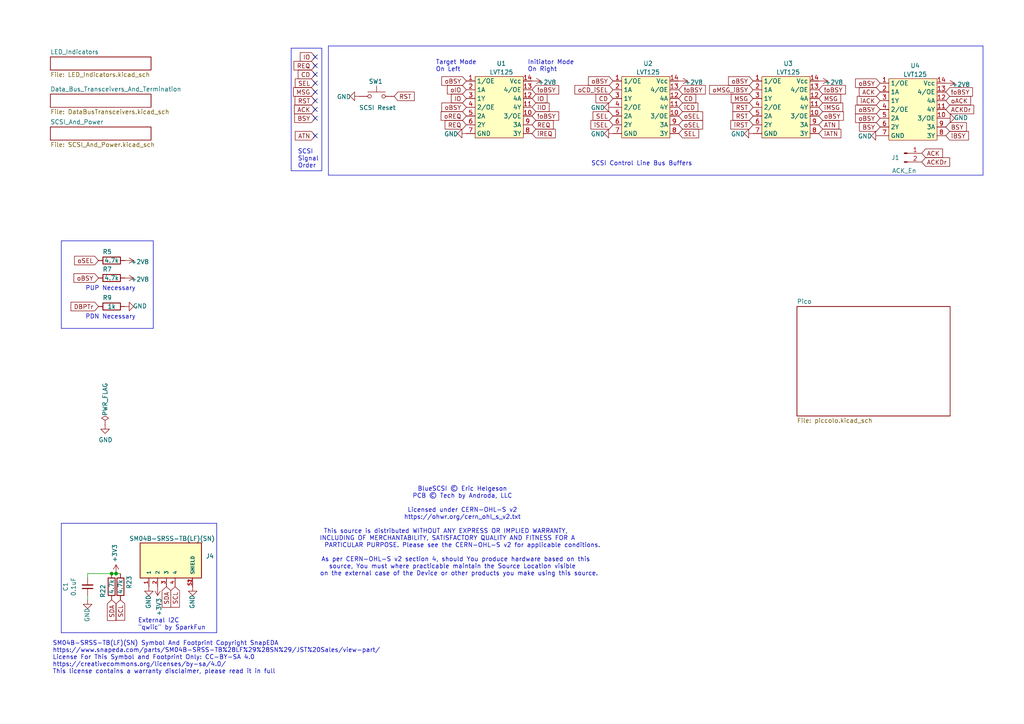
<source format=kicad_sch>
(kicad_sch (version 20231120) (generator "eeschema") (generator_version "8.0")
  (paper "A4")
  (title_block (title "BlueSCSI V2, Desktop 50 Pin, Top Connector, 2023.10a") (date "October 2023") (rev "1") (company "Tech by Androda, LLC"))
  (lib_symbols
    (symbol "Connector:Conn_01x02_Male" (pin_names (offset 1.016) hide)
      (property "Reference" "J" (at 0 2.54 0))
      (property "Value" "Conn_01x02_Male" (at 0 -5.08 0))
      (symbol "Conn_01x02_Male_1_1"
        (polyline (pts (xy 1.27 -2.54) (xy 0.8636 -2.54)) (stroke (width 0.1524)))
        (polyline (pts (xy 1.27 0) (xy 0.8636 0)) (stroke (width 0.1524)))
        (rectangle (start 0.8636 -2.413) (end 0 -2.667) (stroke (width 0.1524)) (fill (type outline)))
        (rectangle (start 0.8636 0.127) (end 0 -0.127) (stroke (width 0.1524)) (fill (type outline)))
        (pin passive line (at 5.08 0 180) (length 3.81) (name "Pin_1") (number "1"))
        (pin passive line (at 5.08 -2.54 180) (length 3.81) (name "Pin_2") (number "2"))
      )
    )
    (symbol "Device:C_Small" (pin_numbers hide) (pin_names (offset 0.254) hide)
      (property "Reference" "C" (at 0.254 1.778 0))
      (property "Value" "C_Small" (at 0.254 -2.032 0))
      (symbol "C_Small_0_1"
        (polyline (pts (xy -1.524 -0.508) (xy 1.524 -0.508)) (stroke (width 0.3302)))
        (polyline (pts (xy -1.524 0.508) (xy 1.524 0.508)) (stroke (width 0.3048)))
      )
      (symbol "C_Small_1_1"
        (pin passive line (at 0 2.54 270) (length 2.032) (name "~") (number "1"))
        (pin passive line (at 0 -2.54 90) (length 2.032) (name "~") (number "2"))
      )
    )
    (symbol "Device:R" (pin_numbers hide) (pin_names (offset 0))
      (property "Reference" "R" (at 2.032 0 90))
      (property "Value" "R" (at 0 0 90))
      (symbol "R_0_1"
        (rectangle (start -1.016 -2.54) (end 1.016 2.54) (stroke (width 0.254)))
      )
      (symbol "R_1_1"
        (pin passive line (at 0 3.81 270) (length 1.27) (name "~") (number "1"))
        (pin passive line (at 0 -3.81 90) (length 1.27) (name "~") (number "2"))
      )
    )
    (symbol "New_Library:LVT125"
      (property "Reference" "U" (at 0 0 0))
      (property "Value" "LVT125" (at 0 2.54 0))
      (symbol "LVT125_0_1"
        (rectangle (start -7.62 -1.27) (end 6.35 -19.05) (fill (type background)))
        (rectangle (start 7.62 -12.7) (end 7.62 -12.7))
      )
      (symbol "LVT125_1_1"
        (pin input line (at -10.16 -2.54 0) (length 2.54) (name "1/OE") (number "1"))
        (pin bidirectional line (at 8.89 -12.7 180) (length 2.54) (name "3/OE") (number "10"))
        (pin bidirectional line (at 8.89 -10.16 180) (length 2.54) (name "4Y") (number "11"))
        (pin bidirectional line (at 8.89 -7.62 180) (length 2.54) (name "4A") (number "12"))
        (pin bidirectional line (at 8.89 -5.08 180) (length 2.54) (name "4/OE") (number "13"))
        (pin bidirectional line (at 8.89 -2.54 180) (length 2.54) (name "Vcc") (number "14"))
        (pin bidirectional line (at -10.16 -5.08 0) (length 2.54) (name "1A") (number "2"))
        (pin bidirectional line (at -10.16 -7.62 0) (length 2.54) (name "1Y") (number "3"))
        (pin bidirectional line (at -10.16 -10.16 0) (length 2.54) (name "2/OE") (number "4"))
        (pin bidirectional line (at -10.16 -12.7 0) (length 2.54) (name "2A") (number "5"))
        (pin bidirectional line (at -10.16 -15.24 0) (length 2.54) (name "2Y") (number "6"))
        (pin bidirectional line (at -10.16 -17.78 0) (length 2.54) (name "GND") (number "7"))
        (pin bidirectional line (at 8.89 -17.78 180) (length 2.54) (name "3Y") (number "8"))
        (pin bidirectional line (at 8.89 -15.24 180) (length 2.54) (name "3A") (number "9"))
      )
    )
    (symbol "New_Library:SM04B-SRSS-TB(LF)(SN)" (pin_names (offset 1.016))
      (property "Reference" "J" (at -5.0831 8.1433 0))
      (property "Value" "SM04B-SRSS-TB(LF)(SN)" (at 7.62 -15.24 90))
      (symbol "SM04B-SRSS-TB(LF)(SN)_0_0"
        (rectangle (start -5.08 -10.16) (end 5.08 7.62) (stroke (width 0.254)) (fill (type background)))
        (pin passive line (at -7.62 5.08 0) (length 2.54) (name "1") (number "1"))
        (pin passive line (at -7.62 2.54 0) (length 2.54) (name "2") (number "2"))
        (pin passive line (at -7.62 0 0) (length 2.54) (name "3") (number "3"))
        (pin passive line (at -7.62 -2.54 0) (length 2.54) (name "4") (number "4"))
        (pin passive line (at -7.62 -7.62 0) (length 2.54) (name "SHIELD") (number "S1"))
        (pin passive line (at -7.62 -7.62 0) (length 2.54) (name "SHIELD") (number "S2"))
      )
    )
    (symbol "Switch:SW_Push" (pin_numbers hide) (pin_names (offset 1.016) hide)
      (property "Reference" "SW" (at 1.27 2.54 0))
      (property "Value" "SW_Push" (at 0 -1.524 0))
      (symbol "SW_Push_0_1"
        (circle (center -2.032 0) (radius 0.508))
        (polyline (pts (xy 0 1.27) (xy 0 3.048)))
        (polyline (pts (xy 2.54 1.27) (xy -2.54 1.27)))
        (circle (center 2.032 0) (radius 0.508))
        (pin passive line (at -5.08 0 0) (length 2.54) (name "1") (number "1"))
        (pin passive line (at 5.08 0 180) (length 2.54) (name "2") (number "2"))
      )
    )
    (symbol "power:+2V8" (power) (pin_names (offset 0))
      (property "Value" "+2V8" (at 0 3.556 0))
      (symbol "+2V8_0_1"
        (polyline (pts (xy -0.762 1.27) (xy 0 2.54)))
        (polyline (pts (xy 0 0) (xy 0 2.54)))
        (polyline (pts (xy 0 2.54) (xy 0.762 1.27)))
      )
      (symbol "+2V8_1_1"
        (pin power_in line (at 0 0 90) (length 0) hide (name "+2V8") (number "1"))
      )
    )
    (symbol "power:+3V3" (power) (pin_names (offset 0))
      (property "Value" "+3V3" (at 0 3.556 0))
      (symbol "+3V3_0_1"
        (polyline (pts (xy -0.762 1.27) (xy 0 2.54)))
        (polyline (pts (xy 0 0) (xy 0 2.54)))
        (polyline (pts (xy 0 2.54) (xy 0.762 1.27)))
      )
      (symbol "+3V3_1_1"
        (pin power_in line (at 0 0 90) (length 0) hide (name "+3V3") (number "1"))
      )
    )
    (symbol "power:GND" (power) (pin_names (offset 0))
      (property "Value" "GND" (at 0 -3.81 0))
      (symbol "GND_0_1"
        (polyline (pts (xy 0 0) (xy 0 -1.27) (xy 1.27 -1.27) (xy 0 -2.54) (xy -1.27 -1.27) (xy 0 -1.27)))
      )
      (symbol "GND_1_1"
        (pin power_in line (at 0 0 270) (length 0) hide (name "GND") (number "1"))
      )
    )
    (symbol "power:PWR_FLAG" (power) (pin_numbers hide) (pin_names (offset 0) hide)
      (property "Value" "PWR_FLAG" (at 0 3.81 0))
      (symbol "PWR_FLAG_0_0"
        (pin power_out line (at 0 0 90) (length 0) (name "~") (number "1"))
      )
      (symbol "PWR_FLAG_0_1"
        (polyline (pts (xy 0 0) (xy 0 1.27) (xy -1.016 1.905) (xy 0 2.54) (xy 1.016 1.905) (xy 0 1.27)))
      )
    )
  )
  (junction (at 32.385 166.37))
  (junction (at 33.655 166.37))
  (no_connect (at 91.44 19.05))
  (no_connect (at 91.44 34.29))
  (no_connect (at 91.44 29.21))
  (no_connect (at 91.44 26.67))
  (no_connect (at 91.44 16.51))
  (no_connect (at 91.44 24.13))
  (no_connect (at 91.44 21.59))
  (no_connect (at 91.44 31.75))
  (no_connect (at 91.44 39.37))
  (polyline (pts (xy 84.455 49.53) (xy 93.345 49.53)))
  (polyline (pts (xy 62.865 183.515) (xy 17.78 183.515)))
  (polyline (pts (xy 17.78 151.765) (xy 62.865 151.765)))
  (wire (pts (xy 25.4 166.37) (xy 32.385 166.37)))
  (polyline (pts (xy 17.78 95.25) (xy 44.45 95.25)))
  (polyline (pts (xy 17.78 95.25) (xy 17.78 69.85)))
  (wire (pts (xy 33.655 166.37) (xy 34.925 166.37)))
  (polyline (pts (xy 17.78 69.85) (xy 44.45 69.85)))
  (polyline (pts (xy 44.45 69.85) (xy 44.45 95.25)))
  (polyline (pts (xy 17.78 183.515) (xy 17.78 151.765)))
  (polyline (pts (xy 285.115 50.8) (xy 95.25 50.8)))
  (polyline (pts (xy 93.345 49.53) (xy 93.345 13.97)))
  (polyline (pts (xy 84.455 13.97) (xy 84.455 49.53)))
  (polyline (pts (xy 95.25 13.335) (xy 285.115 13.335)))
  (wire (pts (xy 32.385 166.37) (xy 33.655 166.37)))
  (wire (pts (xy 25.4 172.72) (xy 25.4 173.99)))
  (polyline (pts (xy 84.455 13.97) (xy 93.345 13.97)))
  (polyline (pts (xy 95.25 50.8) (xy 95.25 13.335)))
  (polyline (pts (xy 62.865 151.765) (xy 62.865 183.515)))
  (polyline (pts (xy 285.115 13.335) (xy 285.115 50.8)))
  (wire (pts (xy 25.4 167.64) (xy 25.4 166.37)))
  (text "Target Mode\nOn Left" (at 126.365 20.955 0) (effects (font (size 1.27 1.27)) (justify left bottom)))
  (text "SCSI Control Line Bus Buffers" (at 171.45 48.26 0) (effects (font (size 1.27 1.27)) (justify left bottom)))
  (text "Initiator Mode\nOn Right" (at 153.035 20.955 0) (effects (font (size 1.27 1.27)) (justify left bottom)))
  (text "SM04B-SRSS-TB(LF)(SN) Symbol And Footprint Copyright SnapEDA\nhttps://www.snapeda.com/parts/SM04B-SRSS-TB%28LF%29%28SN%29/JST%20Sales/view-part/\nLicense For This Symbol and Footprint Only: CC-BY-SA 4.0\nhttps://creativecommons.org/licenses/by-sa/4.0/\nThis license contains a warranty disclaimer, please read it in full" (at 15.24 195.58 0) (effects (font (size 1.27 1.27)) (justify left bottom)))
  (text "External I2C\n\"qwiic\" by SparkFun" (at 40.005 182.88 0) (effects (font (size 1.27 1.27)) (justify left bottom)))
  (text "SCSI\nSignal\nOrder" (at 86.36 48.895 0) (effects (font (size 1.27 1.27)) (justify left bottom)))
  (text "BlueSCSI © Eric Helgeson\nPCB © Tech by Androda, LLC\n\nLicensed under CERN-OHL-S v2\nhttps://ohwr.org/cern_ohl_s_v2.txt\n\nThis source is distributed WITHOUT ANY EXPRESS OR IMPLIED WARRANTY,          \nINCLUDING OF MERCHANTABILITY, SATISFACTORY QUALITY AND FITNESS FOR A         \nPARTICULAR PURPOSE. Please see the CERN-OHL-S v2 for applicable conditions.\n\nAs per CERN-OHL-S v2 section 4, should You produce hardware based on this    \nsource, You must where practicable maintain the Source Location visible      \non the external case of the Device or other products you make using this source.  \n" (at 134.112 154.178 0) (effects (font (size 1.27 1.27))))
  (text "PUP Necessary" (at 24.765 84.455 0) (effects (font (size 1.27 1.27)) (justify left bottom)))
  (text "PDN Necessary" (at 24.765 92.71 0) (effects (font (size 1.27 1.27)) (justify left bottom)))
  (global_label "oSEL" (shape input) (at 28.575 75.565 180) (property "Intersheetrefs" "${INTERSHEET_REFS}" (effects (hide yes))))
  (global_label "MSG" (shape input) (at 237.49 28.575 0) (property "Intersheetrefs" "${INTERSHEET_REFS}" (effects (hide yes))))
  (global_label "iATN" (shape input) (at 237.49 38.735 0) (property "Intersheetrefs" "${INTERSHEET_REFS}" (effects (hide yes))))
  (global_label "CD" (shape input) (at 177.8 28.575 180) (property "Intersheetrefs" "${INTERSHEET_REFS}" (effects (hide yes))))
  (global_label "oSEL" (shape input) (at 196.85 33.655 0) (property "Intersheetrefs" "${INTERSHEET_REFS}" (effects (hide yes))))
  (global_label "IO" (shape input) (at 154.305 28.575 0) (property "Intersheetrefs" "${INTERSHEET_REFS}" (effects (hide yes))))
  (global_label "DBPTr" (shape input) (at 28.575 88.9 180) (property "Intersheetrefs" "${INTERSHEET_REFS}" (effects (hide yes))))
  (global_label "MSG" (shape input) (at 91.44 26.67 180) (property "Intersheetrefs" "${INTERSHEET_REFS}" (effects (hide yes))))
  (global_label "IO" (shape input) (at 91.44 16.51 180) (property "Intersheetrefs" "${INTERSHEET_REFS}" (effects (hide yes))))
  (global_label "oIO" (shape input) (at 135.255 26.035 180) (property "Intersheetrefs" "${INTERSHEET_REFS}" (effects (hide yes))))
  (global_label "REQ" (shape input) (at 91.44 19.05 180) (property "Intersheetrefs" "${INTERSHEET_REFS}" (effects (hide yes))))
  (global_label "oBSY" (shape input) (at 255.27 24.13 180) (property "Intersheetrefs" "${INTERSHEET_REFS}" (effects (hide yes))))
  (global_label "ACKDr" (shape input) (at 267.335 46.99 0) (property "Intersheetrefs" "${INTERSHEET_REFS}" (effects (hide yes))))
  (global_label "oBSY" (shape input) (at 177.8 23.495 180) (property "Intersheetrefs" "${INTERSHEET_REFS}" (effects (hide yes))))
  (global_label "!oBSY" (shape input) (at 154.305 26.035 0) (property "Intersheetrefs" "${INTERSHEET_REFS}" (effects (hide yes))))
  (global_label "oACK" (shape input) (at 274.32 29.21 0) (property "Intersheetrefs" "${INTERSHEET_REFS}" (effects (hide yes))))
  (global_label "oBSY" (shape input) (at 255.27 31.75 180) (property "Intersheetrefs" "${INTERSHEET_REFS}" (effects (hide yes))))
  (global_label "BSY" (shape input) (at 255.27 36.83 180) (property "Intersheetrefs" "${INTERSHEET_REFS}" (effects (hide yes))))
  (global_label "oMSG_iBSY" (shape input) (at 218.44 26.035 180) (property "Intersheetrefs" "${INTERSHEET_REFS}" (effects (hide yes))))
  (global_label "iMSG" (shape input) (at 237.49 31.115 0) (property "Intersheetrefs" "${INTERSHEET_REFS}" (effects (hide yes))))
  (global_label "REQ" (shape input) (at 154.305 36.195 0) (property "Intersheetrefs" "${INTERSHEET_REFS}" (effects (hide yes))))
  (global_label "ATN" (shape input) (at 237.49 36.195 0) (property "Intersheetrefs" "${INTERSHEET_REFS}" (effects (hide yes))))
  (global_label "RST" (shape input) (at 218.44 31.115 180) (property "Intersheetrefs" "${INTERSHEET_REFS}" (effects (hide yes))))
  (global_label "IO" (shape input) (at 135.255 28.575 180) (property "Intersheetrefs" "${INTERSHEET_REFS}" (effects (hide yes))))
  (global_label "BSY" (shape input) (at 274.32 36.83 0) (property "Intersheetrefs" "${INTERSHEET_REFS}" (effects (hide yes))))
  (global_label "oBSY" (shape input) (at 237.49 33.655 0) (property "Intersheetrefs" "${INTERSHEET_REFS}" (effects (hide yes))))
  (global_label "SDA" (shape input) (at 32.385 173.99 270) (property "Intersheetrefs" "${INTERSHEET_REFS}" (effects (hide yes))))
  (global_label "ATN" (shape input) (at 91.44 39.37 180) (property "Intersheetrefs" "${INTERSHEET_REFS}" (effects (hide yes))))
  (global_label "oBSY" (shape input) (at 135.255 31.115 180) (property "Intersheetrefs" "${INTERSHEET_REFS}" (effects (hide yes))))
  (global_label "oBSY" (shape input) (at 218.44 23.495 180) (property "Intersheetrefs" "${INTERSHEET_REFS}" (effects (hide yes))))
  (global_label "BSY" (shape input) (at 91.44 34.29 180) (property "Intersheetrefs" "${INTERSHEET_REFS}" (effects (hide yes))))
  (global_label "iIO" (shape input) (at 154.305 31.115 0) (property "Intersheetrefs" "${INTERSHEET_REFS}" (effects (hide yes))))
  (global_label "iREQ" (shape input) (at 154.305 38.735 0) (property "Intersheetrefs" "${INTERSHEET_REFS}" (effects (hide yes))))
  (global_label "SCL" (shape input) (at 50.8 170.18 270) (property "Intersheetrefs" "${INTERSHEET_REFS}" (effects (hide yes))))
  (global_label "iSEL" (shape input) (at 177.8 36.195 180) (property "Intersheetrefs" "${INTERSHEET_REFS}" (effects (hide yes))))
  (global_label "ACK" (shape input) (at 267.335 44.45 0) (property "Intersheetrefs" "${INTERSHEET_REFS}" (effects (hide yes))))
  (global_label "oREQ" (shape input) (at 135.255 33.655 180) (property "Intersheetrefs" "${INTERSHEET_REFS}" (effects (hide yes))))
  (global_label "ACK" (shape input) (at 91.44 31.75 180) (property "Intersheetrefs" "${INTERSHEET_REFS}" (effects (hide yes))))
  (global_label "oBSY" (shape input) (at 255.27 34.29 180) (property "Intersheetrefs" "${INTERSHEET_REFS}" (effects (hide yes))))
  (global_label "RST" (shape input) (at 218.44 33.655 180) (property "Intersheetrefs" "${INTERSHEET_REFS}" (effects (hide yes))))
  (global_label "SEL" (shape input) (at 196.85 38.735 0) (property "Intersheetrefs" "${INTERSHEET_REFS}" (effects (hide yes))))
  (global_label "ACKDr" (shape input) (at 274.32 31.75 0) (property "Intersheetrefs" "${INTERSHEET_REFS}" (effects (hide yes))))
  (global_label "oCD_iSEL" (shape input) (at 177.8 26.035 180) (property "Intersheetrefs" "${INTERSHEET_REFS}" (effects (hide yes))))
  (global_label "RST" (shape input) (at 91.44 29.21 180) (property "Intersheetrefs" "${INTERSHEET_REFS}" (effects (hide yes))))
  (global_label "CD" (shape input) (at 91.44 21.59 180) (property "Intersheetrefs" "${INTERSHEET_REFS}" (effects (hide yes))))
  (global_label "SEL" (shape input) (at 91.44 24.13 180) (property "Intersheetrefs" "${INTERSHEET_REFS}" (effects (hide yes))))
  (global_label "!oBSY" (shape input) (at 196.85 26.035 0) (property "Intersheetrefs" "${INTERSHEET_REFS}" (effects (hide yes))))
  (global_label "REQ" (shape input) (at 135.255 36.195 180) (property "Intersheetrefs" "${INTERSHEET_REFS}" (effects (hide yes))))
  (global_label "SEL" (shape input) (at 177.8 33.655 180) (property "Intersheetrefs" "${INTERSHEET_REFS}" (effects (hide yes))))
  (global_label "RST" (shape input) (at 114.3 27.94 0) (property "Intersheetrefs" "${INTERSHEET_REFS}" (effects (hide yes))))
  (global_label "!oBSY" (shape input) (at 237.49 26.035 0) (property "Intersheetrefs" "${INTERSHEET_REFS}" (effects (hide yes))))
  (global_label "!oBSY" (shape input) (at 154.305 33.655 0) (property "Intersheetrefs" "${INTERSHEET_REFS}" (effects (hide yes))))
  (global_label "iRST" (shape input) (at 218.44 36.195 180) (property "Intersheetrefs" "${INTERSHEET_REFS}" (effects (hide yes))))
  (global_label "oBSY" (shape input) (at 135.255 23.495 180) (property "Intersheetrefs" "${INTERSHEET_REFS}" (effects (hide yes))))
  (global_label "iACK" (shape input) (at 255.27 29.21 180) (property "Intersheetrefs" "${INTERSHEET_REFS}" (effects (hide yes))))
  (global_label "iBSY" (shape input) (at 274.32 39.37 0) (property "Intersheetrefs" "${INTERSHEET_REFS}" (effects (hide yes))))
  (global_label "SCL" (shape input) (at 34.925 173.99 270) (property "Intersheetrefs" "${INTERSHEET_REFS}" (effects (hide yes))))
  (global_label "SDA" (shape input) (at 48.26 170.18 270) (property "Intersheetrefs" "${INTERSHEET_REFS}" (effects (hide yes))))
  (global_label "oBSY" (shape input) (at 28.575 80.645 180) (property "Intersheetrefs" "${INTERSHEET_REFS}" (effects (hide yes))))
  (global_label "oSEL" (shape input) (at 196.85 36.195 0) (property "Intersheetrefs" "${INTERSHEET_REFS}" (effects (hide yes))))
  (global_label "iCD" (shape input) (at 196.85 31.115 0) (property "Intersheetrefs" "${INTERSHEET_REFS}" (effects (hide yes))))
  (global_label "CD" (shape input) (at 196.85 28.575 0) (property "Intersheetrefs" "${INTERSHEET_REFS}" (effects (hide yes))))
  (global_label "MSG" (shape input) (at 218.44 28.575 180) (property "Intersheetrefs" "${INTERSHEET_REFS}" (effects (hide yes))))
  (global_label "!oBSY" (shape input) (at 274.32 26.67 0) (property "Intersheetrefs" "${INTERSHEET_REFS}" (effects (hide yes))))
  (global_label "ACK" (shape input) (at 255.27 26.67 180) (property "Intersheetrefs" "${INTERSHEET_REFS}" (effects (hide yes))))
  (symbol (lib_id "power:GND") (at 218.44 38.735 270) (unit 1)
    (property "Reference" "#PWR010" (effects (hide yes)))
    (property "Value" "GND" (at 214.0458 38.862 90))
  )
  (symbol (lib_id "New_Library:LVT125") (at 228.6 20.955 0) (unit 1)
    (property "Reference" "U3" (at 228.6 18.415 0))
    (property "Value" "LVT125" (at 228.6 20.955 0))
    (property "Footprint" "Package_SO:TSSOP-14_4.4x5mm_P0.65mm" (effects (hide yes)))
    (property "LCSC" "C2675577" (effects (hide yes)))
  )
  (symbol (lib_id "power:+2V8") (at 237.49 23.495 270) (unit 1)
    (property "Reference" "#PWR03" (effects (hide yes)))
    (property "Value" "+2V8" (at 241.8842 23.876 90))
  )
  (symbol (lib_id "power:GND") (at 177.8 38.735 270) (unit 1)
    (property "Reference" "#PWR09" (effects (hide yes)))
    (property "Value" "GND" (at 173.4058 38.862 90))
  )
  (symbol (lib_id "power:GND") (at 43.18 170.18 0) (mirror y) (unit 1)
    (property "Reference" "#PWR031" (effects (hide yes)))
    (property "Value" "GND" (at 43.053 174.5742 90))
  )
  (symbol (lib_id "Device:C_Small") (at 25.4 170.18 180) (unit 1)
    (property "Reference" "C1" (at 18.9992 170.18 90))
    (property "Value" "0.1uF" (at 21.3106 170.18 90))
    (property "Footprint" "Capacitor_SMD:C_0402_1005Metric" (effects (hide yes)))
    (property "Description" "Unpolarized capacitor, small symbol" (effects (hide yes)))
    (property "LCSC" "C307331" (effects (hide yes)))
  )
  (symbol (lib_id "power:GND") (at 255.27 39.37 270) (unit 1)
    (property "Reference" "#PWR011" (effects (hide yes)))
    (property "Value" "GND" (at 250.8758 39.497 90))
  )
  (symbol (lib_id "power:GND") (at 177.8 31.115 270) (unit 1)
    (property "Reference" "#PWR05" (effects (hide yes)))
    (property "Value" "GND" (at 173.4058 31.242 90))
  )
  (symbol (lib_id "Device:R") (at 32.385 88.9 90) (unit 1)
    (property "Reference" "R9" (at 31.115 86.36 90))
    (property "Value" "1k" (at 32.385 88.9 90))
    (property "Footprint" "Resistor_SMD:R_0402_1005Metric" (effects (hide yes)))
    (property "LCSC" "C11702" (effects (hide yes)))
  )
  (symbol (lib_id "power:+2V8") (at 154.305 23.495 270) (unit 1)
    (property "Reference" "#PWR01" (effects (hide yes)))
    (property "Value" "+2V8" (at 158.6992 23.876 90))
  )
  (symbol (lib_id "power:GND") (at 36.195 88.9 90) (unit 1)
    (property "Reference" "#PWR018" (effects (hide yes)))
    (property "Value" "GND" (at 40.5892 88.773 90))
  )
  (symbol (lib_id "New_Library:LVT125") (at 187.96 20.955 0) (unit 1)
    (property "Reference" "U2" (at 187.96 18.415 0))
    (property "Value" "LVT125" (at 187.96 20.955 0))
    (property "Footprint" "Package_SO:TSSOP-14_4.4x5mm_P0.65mm" (effects (hide yes)))
    (property "LCSC" "C2675577" (effects (hide yes)))
  )
  (symbol (lib_id "power:+2V8") (at 36.195 80.645 270) (unit 1)
    (property "Reference" "#PWR015" (effects (hide yes)))
    (property "Value" "+2V8" (at 40.5892 81.026 90))
  )
  (symbol (lib_id "power:GND") (at 135.255 38.735 270) (unit 1)
    (property "Reference" "#PWR08" (effects (hide yes)))
    (property "Value" "GND" (at 130.8608 38.862 90))
  )
  (symbol (lib_id "Device:R") (at 32.385 75.565 90) (unit 1)
    (property "Reference" "R5" (at 31.115 73.025 90))
    (property "Value" "4.7k" (at 32.385 75.565 90))
    (property "Footprint" "Resistor_SMD:R_0402_1005Metric" (effects (hide yes)))
    (property "LCSC" "C25900" (effects (hide yes)))
  )
  (symbol (lib_id "Connector:Conn_01x02_Male") (at 262.255 44.45 0) (unit 1)
    (property "Reference" "J1" (at 259.715 45.72 0))
    (property "Value" "ACK_En" (at 262.255 49.53 0))
    (property "Footprint" "Jumper:SolderJumper-2_P1.3mm_Open_RoundedPad1.0x1.5mm" (effects (hide yes)))
    (property "LCSC" "--" (effects (hide yes)))
  )
  (symbol (lib_id "power:GND") (at 25.4 173.99 0) (mirror y) (unit 1)
    (property "Reference" "#PWR034" (effects (hide yes)))
    (property "Value" "GND" (at 25.273 178.3842 90))
  )
  (symbol (lib_id "New_Library:LVT125") (at 145.415 20.955 0) (unit 1)
    (property "Reference" "U1" (at 145.415 18.415 0))
    (property "Value" "LVT125" (at 145.415 20.955 0))
    (property "Footprint" "Package_SO:TSSOP-14_4.4x5mm_P0.65mm" (effects (hide yes)))
    (property "LCSC" "C2675577" (effects (hide yes)))
  )
  (symbol (lib_id "Device:R") (at 32.385 80.645 90) (unit 1)
    (property "Reference" "R7" (at 31.115 78.105 90))
    (property "Value" "4.7k" (at 32.385 80.645 90))
    (property "Footprint" "Resistor_SMD:R_0402_1005Metric" (effects (hide yes)))
    (property "LCSC" "C25900" (effects (hide yes)))
  )
  (symbol (lib_id "New_Library:LVT125") (at 265.43 21.59 0) (unit 1)
    (property "Reference" "U4" (at 265.43 19.05 0))
    (property "Value" "LVT125" (at 265.43 21.59 0))
    (property "Footprint" "Package_SO:TSSOP-14_4.4x5mm_P0.65mm" (effects (hide yes)))
    (property "LCSC" "C2675577" (effects (hide yes)))
  )
  (symbol (lib_id "power:GND") (at 104.14 27.94 270) (unit 1)
    (property "Reference" "#PWR06" (effects (hide yes)))
    (property "Value" "GND" (at 99.7458 28.067 90))
  )
  (symbol (lib_id "power:GND") (at 274.32 34.29 90) (unit 1)
    (property "Reference" "#PWR07" (effects (hide yes)))
    (property "Value" "GND" (at 278.7142 34.163 90))
  )
  (symbol (lib_id "Switch:SW_Push") (at 109.22 27.94 0) (unit 1)
    (property "Reference" "SW1" (at 108.966 23.622 0))
    (property "Value" "SCSI Reset" (at 109.474 31.242 0))
    (property "Footprint" "Button_Switch_SMD:SW_Push_1P1T_XKB_TS-1187A" (effects (hide yes)))
    (property "Description" "Push button switch, generic, two pins" (effects (hide yes)))
    (property "LCSC" "C318884" (effects (hide yes)))
  )
  (symbol (lib_id "power:GND") (at 30.48 123.19 0) (unit 1)
    (property "Reference" "#PWR013" (effects (hide yes)))
    (property "Value" "GND" (at 30.607 127.5842 0))
  )
  (symbol (lib_id "power:+2V8") (at 196.85 23.495 270) (unit 1)
    (property "Reference" "#PWR02" (effects (hide yes)))
    (property "Value" "+2V8" (at 201.2442 23.876 90))
  )
  (symbol (lib_id "power:+3V3") (at 45.72 170.18 0) (mirror x) (unit 1)
    (property "Reference" "#PWR032" (effects (hide yes)))
    (property "Value" "+3V3" (at 46.101 173.4312 90) (effects (justify left)))
  )
  (symbol (lib_id "New_Library:SM04B-SRSS-TB(LF)(SN)") (at 48.26 162.56 90) (unit 1)
    (property "Reference" "J4" (at 59.69 161.2899 90) (effects (justify right)))
    (property "Value" "SM04B-SRSS-TB(LF)(SN)" (at 37.465 156.21 90) (effects (justify right)))
    (property "Footprint" "Library:JST_SM04B-SRSS-TB(LF)(SN)" (effects (hide yes)))
    (property "LCSC" "C160404" (effects (hide yes)))
  )
  (symbol (lib_id "power:PWR_FLAG") (at 30.48 123.19 0) (unit 1)
    (property "Reference" "#FLG01" (effects (hide yes)))
    (property "Value" "PWR_FLAG" (at 30.48 115.824 90))
    (property "Description" "Special symbol for telling ERC where power comes from" (effects (hide yes)))
  )
  (symbol (lib_id "Device:R") (at 32.385 170.18 180) (unit 1)
    (property "Reference" "R22" (at 29.845 171.45 90))
    (property "Value" "4.7k" (at 32.385 170.18 90))
    (property "Footprint" "Resistor_SMD:R_0402_1005Metric" (effects (hide yes)))
    (property "LCSC" "C25900" (effects (hide yes)))
  )
  (symbol (lib_id "power:+3V3") (at 33.655 166.37 0) (mirror y) (unit 1)
    (property "Reference" "#PWR030" (effects (hide yes)))
    (property "Value" "+3V3" (at 33.274 163.1188 90) (effects (justify left)))
  )
  (symbol (lib_id "power:+2V8") (at 36.195 75.565 270) (unit 1)
    (property "Reference" "#PWR012" (effects (hide yes)))
    (property "Value" "+2V8" (at 40.5892 75.946 90))
  )
  (symbol (lib_id "Device:R") (at 34.925 170.18 0) (unit 1)
    (property "Reference" "R23" (at 37.465 168.91 90))
    (property "Value" "4.7k" (at 34.925 170.18 90))
    (property "Footprint" "Resistor_SMD:R_0402_1005Metric" (effects (hide yes)))
    (property "LCSC" "C25900" (effects (hide yes)))
  )
  (symbol (lib_id "power:+2V8") (at 274.32 24.13 270) (unit 1)
    (property "Reference" "#PWR04" (effects (hide yes)))
    (property "Value" "+2V8" (at 278.7142 24.511 90))
  )
  (symbol (lib_id "power:GND") (at 55.88 170.18 0) (mirror y) (unit 1)
    (property "Reference" "#PWR033" (effects (hide yes)))
    (property "Value" "GND" (at 55.753 174.5742 90))
  )
  (sheet (at 14.605 27.305) (size 29.21 3.81) (stroke (width 0.1524))
    (property "Sheetname" "Data_Bus_Transceivers_And_Termination" (at 14.605 26.5934 0) (effects (justify left bottom)))
    (property "Sheetfile" "DataBusTransceivers.kicad_sch" (at 14.605 31.6996 0) (effects (justify left top)))
  )
  (sheet (at 14.605 16.51) (size 29.21 3.81) (stroke (width 0.1524))
    (property "Sheetname" "LED_Indicators" (at 14.605 15.7984 0) (effects (justify left bottom)))
    (property "Sheetfile" "LED_Indicators.kicad_sch" (at 14.605 20.9046 0) (effects (justify left top)))
  )
  (sheet (at 231.14 88.9) (size 44.45 31.75) (stroke (width 0.1524))
    (property "Sheetname" "Pico" (at 231.14 88.1884 0) (effects (justify left bottom)))
    (property "Sheetfile" "piccolo.kicad_sch" (at 231.14 121.2346 0) (effects (justify left top)))
  )
  (sheet (at 14.605 36.83) (size 29.21 3.81) (stroke (width 0.1524))
    (property "Sheetname" "SCSI_And_Power" (at 14.605 36.1184 0) (effects (justify left bottom)))
    (property "Sheetfile" "SCSI_And_Power.kicad_sch" (at 14.605 41.2246 0) (effects (justify left top)))
  )
)
</source>
